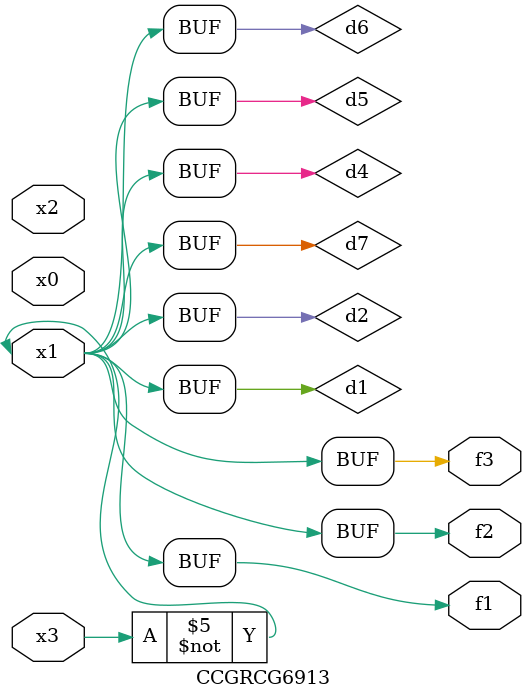
<source format=v>
module CCGRCG6913(
	input x0, x1, x2, x3,
	output f1, f2, f3
);

	wire d1, d2, d3, d4, d5, d6, d7;

	not (d1, x3);
	buf (d2, x1);
	xnor (d3, d1, d2);
	nor (d4, d1);
	buf (d5, d1, d2);
	buf (d6, d4, d5);
	nand (d7, d4);
	assign f1 = d6;
	assign f2 = d7;
	assign f3 = d6;
endmodule

</source>
